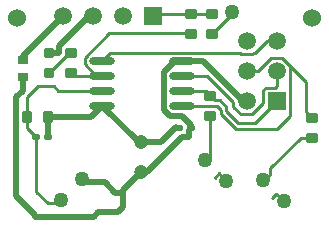
<source format=gtl>
G04 Layer_Physical_Order=1*
G04 Layer_Color=255*
%FSLAX24Y24*%
%MOIN*%
G70*
G01*
G75*
%ADD10R,0.0354X0.0315*%
G04:AMPARAMS|DCode=11|XSize=39.4mil|YSize=35.4mil|CornerRadius=4.4mil|HoleSize=0mil|Usage=FLASHONLY|Rotation=0.000|XOffset=0mil|YOffset=0mil|HoleType=Round|Shape=RoundedRectangle|*
%AMROUNDEDRECTD11*
21,1,0.0394,0.0266,0,0,0.0*
21,1,0.0305,0.0354,0,0,0.0*
1,1,0.0089,0.0153,-0.0133*
1,1,0.0089,-0.0153,-0.0133*
1,1,0.0089,-0.0153,0.0133*
1,1,0.0089,0.0153,0.0133*
%
%ADD11ROUNDEDRECTD11*%
G04:AMPARAMS|DCode=12|XSize=19.7mil|YSize=23.6mil|CornerRadius=2mil|HoleSize=0mil|Usage=FLASHONLY|Rotation=90.000|XOffset=0mil|YOffset=0mil|HoleType=Round|Shape=RoundedRectangle|*
%AMROUNDEDRECTD12*
21,1,0.0197,0.0197,0,0,90.0*
21,1,0.0157,0.0236,0,0,90.0*
1,1,0.0039,0.0098,0.0079*
1,1,0.0039,0.0098,-0.0079*
1,1,0.0039,-0.0098,-0.0079*
1,1,0.0039,-0.0098,0.0079*
%
%ADD12ROUNDEDRECTD12*%
G04:AMPARAMS|DCode=13|XSize=31.5mil|YSize=31.5mil|CornerRadius=3.9mil|HoleSize=0mil|Usage=FLASHONLY|Rotation=90.000|XOffset=0mil|YOffset=0mil|HoleType=Round|Shape=RoundedRectangle|*
%AMROUNDEDRECTD13*
21,1,0.0315,0.0236,0,0,90.0*
21,1,0.0236,0.0315,0,0,90.0*
1,1,0.0079,0.0118,0.0118*
1,1,0.0079,0.0118,-0.0118*
1,1,0.0079,-0.0118,-0.0118*
1,1,0.0079,-0.0118,0.0118*
%
%ADD13ROUNDEDRECTD13*%
G04:AMPARAMS|DCode=14|XSize=39.4mil|YSize=35.4mil|CornerRadius=4.4mil|HoleSize=0mil|Usage=FLASHONLY|Rotation=270.000|XOffset=0mil|YOffset=0mil|HoleType=Round|Shape=RoundedRectangle|*
%AMROUNDEDRECTD14*
21,1,0.0394,0.0266,0,0,270.0*
21,1,0.0305,0.0354,0,0,270.0*
1,1,0.0089,-0.0133,-0.0153*
1,1,0.0089,-0.0133,0.0153*
1,1,0.0089,0.0133,0.0153*
1,1,0.0089,0.0133,-0.0153*
%
%ADD14ROUNDEDRECTD14*%
%ADD15O,0.0866X0.0236*%
%ADD16C,0.0197*%
%ADD17C,0.0098*%
%ADD18C,0.0100*%
%ADD19C,0.0472*%
%ADD20C,0.0500*%
%ADD21C,0.0591*%
%ADD22R,0.0591X0.0591*%
%ADD23R,0.0591X0.0591*%
%ADD24C,0.0600*%
D10*
X1181Y4941D02*
D03*
Y5492D02*
D03*
D11*
X6791Y7028D02*
D03*
Y6358D02*
D03*
X7480Y7028D02*
D03*
Y6358D02*
D03*
X2805Y5748D02*
D03*
Y5079D02*
D03*
X10827Y3583D02*
D03*
Y2913D02*
D03*
X7431Y4309D02*
D03*
Y3640D02*
D03*
D12*
X6398Y3248D02*
D03*
X6791D02*
D03*
X1624Y2953D02*
D03*
X2018D02*
D03*
D13*
X2067Y5079D02*
D03*
Y5748D02*
D03*
D14*
X1339Y3593D02*
D03*
X2008D02*
D03*
D15*
X6506Y3974D02*
D03*
Y4474D02*
D03*
Y4974D02*
D03*
Y5474D02*
D03*
X3829Y3974D02*
D03*
Y4474D02*
D03*
Y4974D02*
D03*
Y5474D02*
D03*
D16*
X1589Y281D02*
Y340D01*
X965Y965D02*
X1589Y340D01*
X965Y965D02*
Y4255D01*
X1181Y4472D01*
Y4941D01*
Y5492D02*
Y5628D01*
X2512Y6959D01*
X4528Y1181D02*
X5118Y1772D01*
X4528Y1072D02*
Y1181D01*
X5118Y1772D02*
X5315D01*
X6496Y2953D01*
X6713D01*
Y3169D01*
X6791Y3248D01*
Y3338D01*
X6496Y3633D02*
X6791Y3338D01*
X6496Y3633D02*
Y3642D01*
X5774Y2756D02*
X6299Y3281D01*
X5118Y2756D02*
X5774D01*
X5047D02*
X5118D01*
X3829Y3974D02*
X5047Y2756D01*
X2008Y3593D02*
X3447D01*
X2018Y2953D02*
Y3583D01*
X2008Y3593D02*
X2018Y3583D01*
X3447Y3593D02*
X3829Y3974D01*
X6078Y3642D02*
X6496D01*
X4528Y591D02*
Y1072D01*
X4272D02*
X4528D01*
X3907Y1436D02*
X4272Y1072D01*
X3270Y1436D02*
X3907D01*
X3551Y281D02*
X3702Y432D01*
X1589Y281D02*
X3551D01*
X5876Y3844D02*
X6078Y3642D01*
X5876Y5105D02*
X6246Y5474D01*
X5876Y3844D02*
Y5105D01*
X4369Y432D02*
X4528Y591D01*
X3702Y432D02*
X4369D01*
X2388Y5958D02*
X3320Y6890D01*
X3413D01*
X2008Y3652D02*
X2018Y3642D01*
X6506Y5474D02*
X7173D01*
X6246D02*
X6506D01*
X2067Y5748D02*
Y5774D01*
Y5748D02*
X2388D01*
Y5958D01*
X7173Y5474D02*
X8514Y4134D01*
X8646D01*
D17*
X8169Y7047D02*
Y7087D01*
X7480Y6358D02*
X8169Y7047D01*
X6850Y6398D02*
X6890Y6358D01*
X4061Y6398D02*
X6850D01*
X5413Y6890D02*
Y6959D01*
X5512D02*
X5581Y7028D01*
X6890D01*
X7480D01*
X1624Y1114D02*
Y2953D01*
X1339Y3238D02*
X1624Y2953D01*
X1339Y3238D02*
Y3593D01*
X9176Y1436D02*
X9431Y1691D01*
Y1888D01*
X7265Y2085D02*
X7431Y2251D01*
X2009Y729D02*
X2563D01*
X10456Y2913D02*
X10827D01*
X9431Y1888D02*
X10456Y2913D01*
X10630Y3780D02*
X10827Y3583D01*
X10630Y3780D02*
Y4776D01*
X5413Y6959D02*
X5512D01*
X10089Y5317D02*
X10630Y4776D01*
X1339Y3593D02*
Y4281D01*
X1624Y1114D02*
X2009Y729D01*
X6506Y4974D02*
X7325D01*
X2805Y5079D02*
X2909Y4974D01*
X2736Y5748D02*
X2805D01*
X2067Y5079D02*
X2736Y5748D01*
X7431Y2251D02*
Y3640D01*
X3248Y5584D02*
X4061Y6398D01*
X3248Y5364D02*
Y5584D01*
Y5364D02*
X3638Y4974D01*
X3829D01*
X2909D02*
X3638D01*
X2372Y4474D02*
X3829D01*
X2220Y4626D02*
X2372Y4474D01*
X1683Y4626D02*
X2220D01*
X1339Y4281D02*
X1683Y4626D01*
X8646Y4970D02*
Y5134D01*
X9019D01*
X9462Y5577D01*
X9829D01*
X9646Y4647D02*
Y5134D01*
X9576Y4577D02*
X9646Y4647D01*
X9289Y4577D02*
X9576D01*
X9203Y4490D02*
X9289Y4577D01*
X9203Y4065D02*
Y4490D01*
X8907Y3396D02*
X9646Y4134D01*
X6506Y3974D02*
X7492D01*
X7502Y3965D01*
X6506Y4474D02*
X7287D01*
X8366Y3396D02*
X8907D01*
X7663Y3965D02*
X7776Y3852D01*
Y3708D02*
Y3852D01*
Y3708D02*
X8285Y3199D01*
X7287Y4474D02*
X7600Y4161D01*
X7745D01*
X7972Y3934D01*
Y3789D02*
Y3934D01*
Y3789D02*
X8366Y3396D01*
X7502Y3965D02*
X7663D01*
X8285Y3199D02*
X9646D01*
X8829Y3691D02*
X9203Y4065D01*
X8462Y3691D02*
X8829D01*
X8203Y3950D02*
X8462Y3691D01*
X8203Y3950D02*
Y4097D01*
X7325Y4974D02*
X8203Y4097D01*
X9646Y3199D02*
X10089Y3642D01*
Y5317D01*
X9829Y5577D02*
X10089Y5317D01*
X9333Y6134D02*
X9646D01*
X3829Y5474D02*
X4094Y5740D01*
X8939D02*
X9333Y6134D01*
X4094Y5740D02*
X8413D01*
X8462Y5691D01*
X8829D01*
X8878Y5740D01*
X8939D01*
D18*
X7725Y1724D02*
X7972Y1476D01*
X7584Y1582D02*
X7725Y1724D01*
X9635Y1035D02*
X9883Y787D01*
X9494Y893D02*
X9635Y1035D01*
D19*
X5118Y2756D02*
D03*
Y1772D02*
D03*
D20*
X2465Y828D02*
D03*
X3172Y1535D02*
D03*
X7265Y2183D02*
D03*
X7972Y1476D02*
D03*
X9176Y1495D02*
D03*
X9883Y787D02*
D03*
X8169Y7087D02*
D03*
D21*
X2512Y6959D02*
D03*
X3512D02*
D03*
X4512D02*
D03*
X8646Y6134D02*
D03*
X9646D02*
D03*
X8646Y5134D02*
D03*
X9646D02*
D03*
X8646Y4134D02*
D03*
D22*
X5512Y6959D02*
D03*
D23*
X9646Y4134D02*
D03*
D24*
X10827Y6890D02*
D03*
X984D02*
D03*
M02*

</source>
